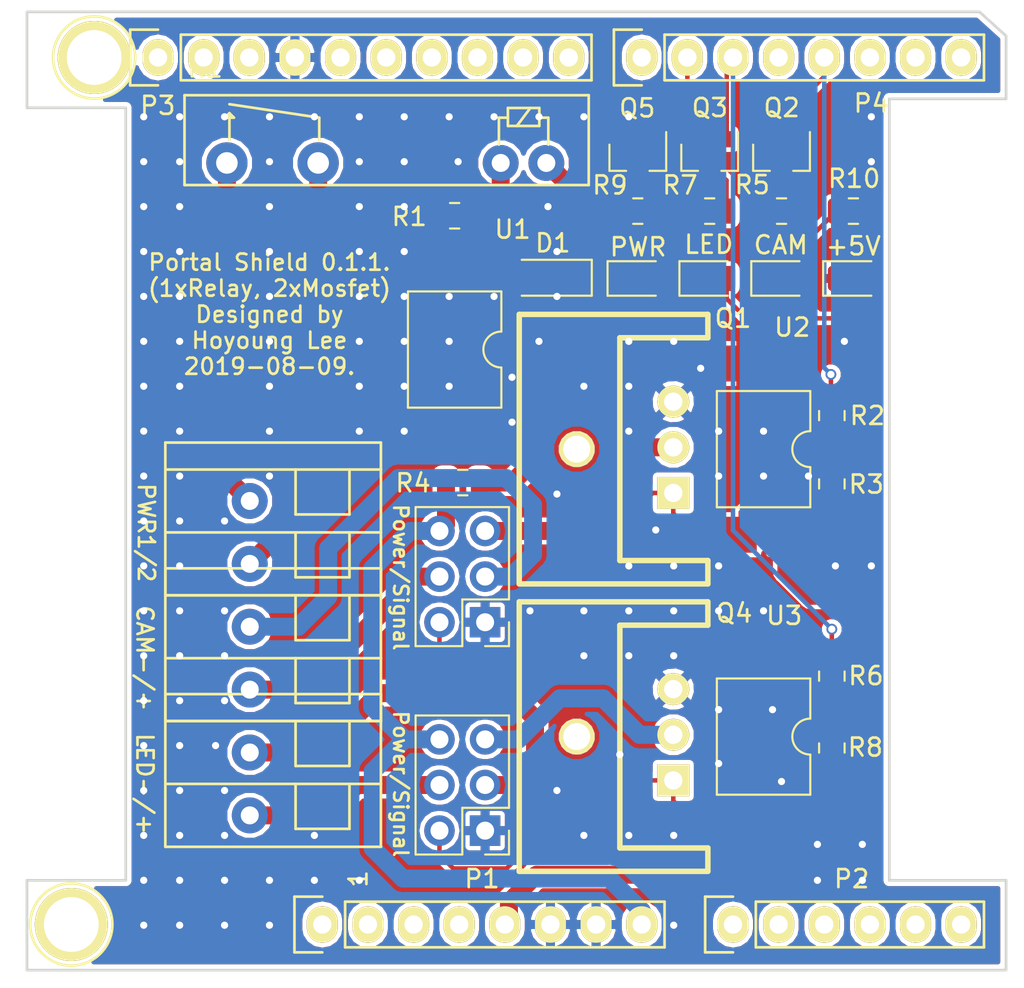
<source format=kicad_pcb>
(kicad_pcb (version 20171130) (host pcbnew 5.0.2+dfsg1-1)
  (title_block (date "lun. 30 mars 2015"))
  (layers (0 F.Cu signal) (31 B.Cu signal) (34 B.Paste user) (35 F.Paste user) (36 B.SilkS user) (37 F.SilkS user) (38 B.Mask user) (39 F.Mask user) (44 Edge.Cuts user))
  (net 0 "")
  (net 1 /IOREF)
  (net 2 /Reset)
  (net 3 +5V)
  (net 4 GND)
  (net 5 /A0)
  (net 6 /A1)
  (net 7 /A2)
  (net 8 /A3)
  (net 9 /AREF)
  (net 10 "/A4(SDA)")
  (net 11 "/A5(SCL)")
  (net 12 "/9(**)")
  (net 13 /8)
  (net 14 /7)
  (net 15 "/6(**)")
  (net 16 "/5(**)")
  (net 17 /4)
  (net 18 "/3(**)")
  (net 19 /2)
  (net 20 "/1(Tx)")
  (net 21 "/0(Rx)")
  (net 22 "Net-(P5-Pad1)")
  (net 23 "Net-(P7-Pad1)")
  (net 24 "/13(SCK)")
  (net 25 "/10(**/SS)")
  (net 26 "Net-(P1-Pad1)")
  (net 27 +3V3)
  (net 28 "/12(MISO)")
  (net 29 "/11(**/MOSI)")
  (net 30 "Net-(D1-Pad1)")
  (net 31 "Net-(D1-Pad2)")
  (net 32 "Net-(J1-Pad1)")
  (net 33 "Net-(J1-Pad2)")
  (net 34 "/Vin(12V)")
  (net 35 "Net-(J2-Pad5)")
  (net 36 "Net-(J2-Pad4)")
  (net 37 "Net-(J2-Pad3)")
  (net 38 "Net-(J2-Pad2)")
  (net 39 "Net-(J4-Pad2)")
  (net 40 "Net-(J4-Pad3)")
  (net 41 "Net-(J4-Pad4)")
  (net 42 "Net-(J4-Pad5)")
  (net 43 "Net-(Q2-Pad3)")
  (net 44 "Net-(Q3-Pad3)")
  (net 45 "Net-(Q5-Pad3)")
  (net 46 "Net-(R1-Pad1)")
  (net 47 "Net-(R2-Pad1)")
  (net 48 "Net-(R6-Pad1)")
  (net 49 "Net-(D5-Pad2)")
  (net 50 "Net-(D2-Pad1)")
  (net 51 "Net-(D3-Pad1)")
  (net 52 "Net-(D4-Pad1)")
  (module Socket_Arduino_Uno:Arduino_1pin (layer F.Cu) (at 124.968 123.825)
    (fp_text reference P5 hide)
    (fp_text value CONN_01X01 hide)
    (pad 1 thru_hole circle (at 0 0) (size 4.064 4.064) (drill 3.048) (layers *.Cu *.Mask F.SilkS) (net 22 "Net-(P5-Pad1)"))
  )
  (module Socket_Arduino_Uno:Arduino_1pin (layer F.Cu) (at 126.238 75.565)
    (fp_text reference P7 hide)
    (fp_text value CONN_01X01 hide)
    (pad 1 thru_hole circle (at 0 0) (size 4.064 4.064) (drill 3.048) (layers *.Cu *.Mask F.SilkS) (net 23 "Net-(P7-Pad1)"))
  )
  (module Package_DIP:SMDIP-4_W9.53mm (layer F.Cu) (at 163.5 113.365 270)
    (fp_text reference U3 (at -6.73 -1.148) (layer F.SilkS))
    (fp_text value LTV-817S)
    (pad 1 smd rect (at -4.765 -1.27 270) (size 2 1.78) (layers F.Cu F.Paste F.Mask) (net 48 "Net-(R6-Pad1)"))
    (pad 3 smd rect (at 4.765 1.27 270) (size 2 1.78) (layers F.Cu F.Paste F.Mask) (net 39 "Net-(J4-Pad2)"))
    (pad 2 smd rect (at -4.765 1.27 270) (size 2 1.78) (layers F.Cu F.Paste F.Mask) (net 4 GND))
    (pad 4 smd rect (at 4.765 -1.27 270) (size 2 1.78) (layers F.Cu F.Paste F.Mask) (net 3 +5V))
  )
  (module Package_DIP:SMDIP-4_W9.53mm (layer F.Cu) (at 163.5 97.365 270)
    (fp_text reference U2 (at -6.78 -1.598) (layer F.SilkS))
    (fp_text value LTV-817S)
    (pad 1 smd rect (at -4.765 -1.27 270) (size 2 1.78) (layers F.Cu F.Paste F.Mask) (net 47 "Net-(R2-Pad1)"))
    (pad 3 smd rect (at 4.765 1.27 270) (size 2 1.78) (layers F.Cu F.Paste F.Mask) (net 38 "Net-(J2-Pad2)"))
    (pad 2 smd rect (at -4.765 1.27 270) (size 2 1.78) (layers F.Cu F.Paste F.Mask) (net 4 GND))
    (pad 4 smd rect (at 4.765 -1.27 270) (size 2 1.78) (layers F.Cu F.Paste F.Mask) (net 3 +5V))
  )
  (module Resistor_SMD:R_0805_2012Metric (layer F.Cu) (at 167.3 99.3 90)
    (fp_text reference R3 (at -0.025 1.918 -180) (layer F.SilkS))
    (fp_text value 10K)
    (pad 2 smd roundrect (at 0.9375 0 90) (size 0.975 1.4) (layers F.Cu F.Paste F.Mask) (net 4 GND))
    (pad 1 smd roundrect (at -0.9375 0 90) (size 0.975 1.4) (layers F.Cu F.Paste F.Mask) (net 38 "Net-(J2-Pad2)"))
  )
  (module Resistor_SMD:R_0805_2012Metric (layer F.Cu) (at 156.5 84.115321)
    (fp_text reference R9 (at -1.552 -1.440321) (layer F.SilkS))
    (fp_text value 1K)
    (pad 1 smd roundrect (at -0.9375 0) (size 0.975 1.4) (layers F.Cu F.Paste F.Mask) (net 52 "Net-(D4-Pad1)"))
    (pad 2 smd roundrect (at 0.9375 0) (size 0.975 1.4) (layers F.Cu F.Paste F.Mask) (net 45 "Net-(Q5-Pad3)"))
  )
  (module Resistor_SMD:R_0805_2012Metric (layer F.Cu) (at 168.5 84.115321)
    (fp_text reference R10 (at 0.038 -1.810321) (layer F.SilkS))
    (fp_text value 1K)
    (pad 1 smd roundrect (at -0.9375 0) (size 0.975 1.4) (layers F.Cu F.Paste F.Mask) (net 3 +5V))
    (pad 2 smd roundrect (at 0.9375 0) (size 0.975 1.4) (layers F.Cu F.Paste F.Mask) (net 49 "Net-(D5-Pad2)"))
  )
  (module LED_SMD:LED_0805_2012Metric (layer F.Cu) (at 168.5 87.865)
    (fp_text reference +5V (at -0.002 -1.8) (layer F.SilkS))
    (fp_text value 5V_LED)
    (pad 1 smd roundrect (at -0.9375 0) (size 0.975 1.4) (layers F.Cu F.Paste F.Mask) (net 4 GND))
    (pad 2 smd roundrect (at 0.9375 0) (size 0.975 1.4) (layers F.Cu F.Paste F.Mask) (net 49 "Net-(D5-Pad2)"))
  )
  (module Package_TO_SOT_SMD:SOT-23 (layer F.Cu) (at 156.5 81.115321 270)
    (fp_text reference Q5 (at -2.730321 0.032) (layer F.SilkS))
    (fp_text value BSS123LT1)
    (pad 1 smd rect (at -1 -0.95 270) (size 0.9 0.8) (layers F.Cu F.Paste F.Mask) (net 15 "/6(**)"))
    (pad 2 smd rect (at -1 0.95 270) (size 0.9 0.8) (layers F.Cu F.Paste F.Mask) (net 4 GND))
    (pad 3 smd rect (at 1 0 270) (size 0.9 0.8) (layers F.Cu F.Paste F.Mask) (net 45 "Net-(Q5-Pad3)"))
  )
  (module LED_SMD:LED_0805_2012Metric (layer F.Cu) (at 156.5 87.865)
    (fp_text reference PWR (at 0.018 -1.75) (layer F.SilkS))
    (fp_text value LIGHT_LED)
    (pad 1 smd roundrect (at -0.9375 0) (size 0.975 1.4) (layers F.Cu F.Paste F.Mask) (net 52 "Net-(D4-Pad1)"))
    (pad 2 smd roundrect (at 0.9375 0) (size 0.975 1.4) (layers F.Cu F.Paste F.Mask) (net 3 +5V))
  )
  (module Socket_Arduino_Uno:Socket_Strip_Arduino_1x08 (layer F.Cu) (at 138.938 123.825)
    (fp_text reference P1 (at 8.89 -2.54) (layer F.SilkS))
    (fp_text value Power)
    (pad 1 thru_hole oval (at 0 0) (size 1.7272 2.032) (drill 1.016) (layers *.Cu *.Mask F.SilkS) (net 26 "Net-(P1-Pad1)"))
    (pad 2 thru_hole oval (at 2.54 0) (size 1.7272 2.032) (drill 1.016) (layers *.Cu *.Mask F.SilkS) (net 1 /IOREF))
    (pad 3 thru_hole oval (at 5.08 0) (size 1.7272 2.032) (drill 1.016) (layers *.Cu *.Mask F.SilkS) (net 2 /Reset))
    (pad 4 thru_hole oval (at 7.62 0) (size 1.7272 2.032) (drill 1.016) (layers *.Cu *.Mask F.SilkS) (net 27 +3V3))
    (pad 5 thru_hole oval (at 10.16 0) (size 1.7272 2.032) (drill 1.016) (layers *.Cu *.Mask F.SilkS) (net 3 +5V))
    (pad 6 thru_hole oval (at 12.7 0) (size 1.7272 2.032) (drill 1.016) (layers *.Cu *.Mask F.SilkS) (net 4 GND))
    (pad 7 thru_hole oval (at 15.24 0) (size 1.7272 2.032) (drill 1.016) (layers *.Cu *.Mask F.SilkS) (net 4 GND))
    (pad 8 thru_hole oval (at 17.78 0) (size 1.7272 2.032) (drill 1.016) (layers *.Cu *.Mask F.SilkS) (net 34 "/Vin(12V)"))
  )
  (module Socket_Arduino_Uno:Socket_Strip_Arduino_1x06 (layer F.Cu) (at 161.798 123.825)
    (fp_text reference P2 (at 6.604 -2.54) (layer F.SilkS))
    (fp_text value Analog)
    (pad 1 thru_hole oval (at 0 0) (size 1.7272 2.032) (drill 1.016) (layers *.Cu *.Mask F.SilkS) (net 5 /A0))
    (pad 2 thru_hole oval (at 2.54 0) (size 1.7272 2.032) (drill 1.016) (layers *.Cu *.Mask F.SilkS) (net 6 /A1))
    (pad 3 thru_hole oval (at 5.08 0) (size 1.7272 2.032) (drill 1.016) (layers *.Cu *.Mask F.SilkS) (net 7 /A2))
    (pad 4 thru_hole oval (at 7.62 0) (size 1.7272 2.032) (drill 1.016) (layers *.Cu *.Mask F.SilkS) (net 8 /A3))
    (pad 5 thru_hole oval (at 10.16 0) (size 1.7272 2.032) (drill 1.016) (layers *.Cu *.Mask F.SilkS) (net 10 "/A4(SDA)"))
    (pad 6 thru_hole oval (at 12.7 0) (size 1.7272 2.032) (drill 1.016) (layers *.Cu *.Mask F.SilkS) (net 11 "/A5(SCL)"))
  )
  (module Socket_Arduino_Uno:Socket_Strip_Arduino_1x10 (layer F.Cu) (at 129.794 75.565)
    (fp_text reference P3 (at -0.016 2.68) (layer F.SilkS))
    (fp_text value Digital)
    (pad 1 thru_hole oval (at 0 0) (size 1.7272 2.032) (drill 1.016) (layers *.Cu *.Mask F.SilkS) (net 11 "/A5(SCL)"))
    (pad 2 thru_hole oval (at 2.54 0) (size 1.7272 2.032) (drill 1.016) (layers *.Cu *.Mask F.SilkS) (net 10 "/A4(SDA)"))
    (pad 3 thru_hole oval (at 5.08 0) (size 1.7272 2.032) (drill 1.016) (layers *.Cu *.Mask F.SilkS) (net 9 /AREF))
    (pad 4 thru_hole oval (at 7.62 0) (size 1.7272 2.032) (drill 1.016) (layers *.Cu *.Mask F.SilkS) (net 4 GND))
    (pad 5 thru_hole oval (at 10.16 0) (size 1.7272 2.032) (drill 1.016) (layers *.Cu *.Mask F.SilkS) (net 24 "/13(SCK)"))
    (pad 6 thru_hole oval (at 12.7 0) (size 1.7272 2.032) (drill 1.016) (layers *.Cu *.Mask F.SilkS) (net 28 "/12(MISO)"))
    (pad 7 thru_hole oval (at 15.24 0) (size 1.7272 2.032) (drill 1.016) (layers *.Cu *.Mask F.SilkS) (net 29 "/11(**/MOSI)"))
    (pad 8 thru_hole oval (at 17.78 0) (size 1.7272 2.032) (drill 1.016) (layers *.Cu *.Mask F.SilkS) (net 25 "/10(**/SS)"))
    (pad 9 thru_hole oval (at 20.32 0) (size 1.7272 2.032) (drill 1.016) (layers *.Cu *.Mask F.SilkS) (net 12 "/9(**)"))
    (pad 10 thru_hole oval (at 22.86 0) (size 1.7272 2.032) (drill 1.016) (layers *.Cu *.Mask F.SilkS) (net 13 /8))
  )
  (module Socket_Arduino_Uno:Socket_Strip_Arduino_1x08 (layer F.Cu) (at 156.718 75.565)
    (fp_text reference P4 (at 12.78 2.55) (layer F.SilkS))
    (fp_text value Digital)
    (pad 1 thru_hole oval (at 0 0) (size 1.7272 2.032) (drill 1.016) (layers *.Cu *.Mask F.SilkS) (net 14 /7))
    (pad 2 thru_hole oval (at 2.54 0) (size 1.7272 2.032) (drill 1.016) (layers *.Cu *.Mask F.SilkS) (net 15 "/6(**)"))
    (pad 3 thru_hole oval (at 5.08 0) (size 1.7272 2.032) (drill 1.016) (layers *.Cu *.Mask F.SilkS) (net 16 "/5(**)"))
    (pad 4 thru_hole oval (at 7.62 0) (size 1.7272 2.032) (drill 1.016) (layers *.Cu *.Mask F.SilkS) (net 17 /4))
    (pad 5 thru_hole oval (at 10.16 0) (size 1.7272 2.032) (drill 1.016) (layers *.Cu *.Mask F.SilkS) (net 18 "/3(**)"))
    (pad 6 thru_hole oval (at 12.7 0) (size 1.7272 2.032) (drill 1.016) (layers *.Cu *.Mask F.SilkS) (net 19 /2))
    (pad 7 thru_hole oval (at 15.24 0) (size 1.7272 2.032) (drill 1.016) (layers *.Cu *.Mask F.SilkS) (net 20 "/1(Tx)"))
    (pad 8 thru_hole oval (at 17.78 0) (size 1.7272 2.032) (drill 1.016) (layers *.Cu *.Mask F.SilkS) (net 21 "/0(Rx)"))
  )
  (module Diode_SMD:D_SOD-123 (layer F.Cu) (at 151.688 87.825 180)
    (fp_text reference D1 (at -0.08 1.93 180) (layer F.SilkS))
    (fp_text value 1N4148W)
    (pad 1 smd rect (at -1.65 0 180) (size 0.9 1.2) (layers F.Cu F.Paste F.Mask) (net 30 "Net-(D1-Pad1)"))
    (pad 2 smd rect (at 1.65 0 180) (size 0.9 1.2) (layers F.Cu F.Paste F.Mask) (net 31 "Net-(D1-Pad2)"))
  )
  (module LED_SMD:LED_0805_2012Metric (layer F.Cu) (at 164.5 87.865)
    (fp_text reference CAM (at -0.042 -1.86) (layer F.SilkS))
    (fp_text value CAM_LED)
    (pad 1 smd roundrect (at -0.9375 0) (size 0.975 1.4) (layers F.Cu F.Paste F.Mask) (net 50 "Net-(D2-Pad1)"))
    (pad 2 smd roundrect (at 0.9375 0) (size 0.975 1.4) (layers F.Cu F.Paste F.Mask) (net 3 +5V))
  )
  (module LED_SMD:LED_0805_2012Metric (layer F.Cu) (at 160.5 87.865)
    (fp_text reference LED (at -0.052 -1.89) (layer F.SilkS))
    (fp_text value LIGHT_LED)
    (pad 2 smd roundrect (at 0.9375 0) (size 0.975 1.4) (layers F.Cu F.Paste F.Mask) (net 3 +5V))
    (pad 1 smd roundrect (at -0.9375 0) (size 0.975 1.4) (layers F.Cu F.Paste F.Mask) (net 51 "Net-(D3-Pad1)"))
  )
  (module TerminalBlock_Phoenix_PTSA:TerminalBlock_Phoenix_PTSA-1,5-2-3.5-Z_1x2_P3.5mm_Vertical (layer F.Cu) (at 136.2 102 270)
    (fp_text reference J1 hide)
    (fp_text value ATX_BTN_CONN)
    (pad 1 thru_hole circle (at 1.75 1.3 270) (size 2 2) (drill 1) (layers *.Cu *.Mask) (net 32 "Net-(J1-Pad1)"))
    (pad 2 thru_hole circle (at -1.75 1.3 270) (size 2 2) (drill 1) (layers *.Cu *.Mask) (net 33 "Net-(J1-Pad2)"))
  )
  (module TerminalBlock_Phoenix_PTSA:TerminalBlock_Phoenix_PTSA-1,5-2-3.5-Z_1x2_P3.5mm_Vertical (layer F.Cu) (at 136.2 109 270)
    (fp_text reference J3 hide)
    (fp_text value CAMERA_CONN)
    (pad 1 thru_hole circle (at 1.75 1.3 270) (size 2 2) (drill 1) (layers *.Cu *.Mask) (net 36 "Net-(J2-Pad4)"))
    (pad 2 thru_hole circle (at -1.75 1.3 270) (size 2 2) (drill 1) (layers *.Cu *.Mask) (net 37 "Net-(J2-Pad3)"))
  )
  (module TerminalBlock_Phoenix_PTSA:TerminalBlock_Phoenix_PTSA-1,5-2-3.5-Z_1x2_P3.5mm_Vertical (layer F.Cu) (at 136.2 116 270)
    (fp_text reference J5 hide)
    (fp_text value LIGHT_CONN)
    (pad 2 thru_hole circle (at -1.75 1.3 270) (size 2 2) (drill 1) (layers *.Cu *.Mask) (net 40 "Net-(J4-Pad3)"))
    (pad 1 thru_hole circle (at 1.75 1.3 270) (size 2 2) (drill 1) (layers *.Cu *.Mask) (net 41 "Net-(J4-Pad4)"))
  )
  (module Relay_Panasonic:Relay_Panasonic_PA1a_xx_DIP (layer F.Cu) (at 142.518 80.165 180)
    (fp_text reference K1 (at 10.0997 4 180) (layer F.SilkS))
    (fp_text value Relay_Panasonic_PA1a_XX_DIP)
    (pad 1 thru_hole circle (at -8.89 -1.27 180) (size 2 2) (drill 1) (layers *.Cu *.Mask) (net 30 "Net-(D1-Pad1)"))
    (pad 2 thru_hole circle (at -6.35 -1.27 180) (size 2 2) (drill 1) (layers *.Cu *.Mask) (net 31 "Net-(D1-Pad2)"))
    (pad 5 thru_hole circle (at 3.81 -1.27 180) (size 2.3 2.3) (drill 1.2) (layers *.Cu *.Mask) (net 32 "Net-(J1-Pad1)"))
    (pad 6 thru_hole circle (at 8.89 -1.27 180) (size 2.3 2.3) (drill 1.2) (layers *.Cu *.Mask) (net 33 "Net-(J1-Pad2)"))
  )
  (module TO220_Heatsink:TO220_3_DH15A_HEATSINK (layer F.Cu) (at 155.5 97.365 180)
    (fp_text reference Q1 (at -6.298 7.28 180) (layer F.SilkS) (effects (font (size 1.016 1.016) (thickness 0.1524))))
    (fp_text value STP16NF06L hide)
    (pad "" thru_hole circle (at 2.4003 0 180) (size 1.99898 1.99898) (drill 1.50114) (layers *.Mask B.Cu F.SilkS))
    (pad 1 thru_hole rect (at -2.97434 -2.4384 180) (size 1.778 1.778) (drill 1.016) (layers *.Cu *.Mask F.SilkS) (net 38 "Net-(J2-Pad2)"))
    (pad 3 thru_hole circle (at -2.97434 2.6416 180) (size 1.778 1.778) (drill 1.016) (layers *.Cu *.Mask F.SilkS) (net 4 GND))
    (pad 2 thru_hole circle (at -2.97434 0.1016 180) (size 1.778 1.778) (drill 1.016) (layers *.Cu *.Mask F.SilkS) (net 35 "Net-(J2-Pad5)"))
  )
  (module Package_TO_SOT_SMD:SOT-23 (layer F.Cu) (at 164.5 81.115321 270)
    (fp_text reference Q2 (at -2.750321 -0.008) (layer F.SilkS))
    (fp_text value BSS123LT1)
    (pad 1 smd rect (at -1 -0.95 270) (size 0.9 0.8) (layers F.Cu F.Paste F.Mask) (net 18 "/3(**)"))
    (pad 2 smd rect (at -1 0.95 270) (size 0.9 0.8) (layers F.Cu F.Paste F.Mask) (net 4 GND))
    (pad 3 smd rect (at 1 0 270) (size 0.9 0.8) (layers F.Cu F.Paste F.Mask) (net 43 "Net-(Q2-Pad3)"))
  )
  (module Package_TO_SOT_SMD:SOT-23 (layer F.Cu) (at 160.5 81.115321 270)
    (fp_text reference Q3 (at -2.750321 -0.008) (layer F.SilkS))
    (fp_text value BSS123LT1)
    (pad 3 smd rect (at 1 0 270) (size 0.9 0.8) (layers F.Cu F.Paste F.Mask) (net 44 "Net-(Q3-Pad3)"))
    (pad 2 smd rect (at -1 0.95 270) (size 0.9 0.8) (layers F.Cu F.Paste F.Mask) (net 4 GND))
    (pad 1 smd rect (at -1 -0.95 270) (size 0.9 0.8) (layers F.Cu F.Paste F.Mask) (net 16 "/5(**)"))
  )
  (module TO220_Heatsink:TO220_3_DH15A_HEATSINK (layer F.Cu) (at 155.5 113.365 180)
    (fp_text reference Q4 (at -6.358 6.87 180) (layer F.SilkS) (effects (font (size 1.016 1.016) (thickness 0.1524))))
    (fp_text value STP16NF06L hide)
    (pad 2 thru_hole circle (at -2.97434 0.1016 180) (size 1.778 1.778) (drill 1.016) (layers *.Cu *.Mask F.SilkS) (net 42 "Net-(J4-Pad5)"))
    (pad 3 thru_hole circle (at -2.97434 2.6416 180) (size 1.778 1.778) (drill 1.016) (layers *.Cu *.Mask F.SilkS) (net 4 GND))
    (pad 1 thru_hole rect (at -2.97434 -2.4384 180) (size 1.778 1.778) (drill 1.016) (layers *.Cu *.Mask F.SilkS) (net 39 "Net-(J4-Pad2)"))
    (pad "" thru_hole circle (at 2.4003 0 180) (size 1.99898 1.99898) (drill 1.50114) (layers *.Mask B.Cu F.SilkS))
  )
  (module Resistor_SMD:R_0805_2012Metric (layer F.Cu) (at 146.304 84.375 180)
    (fp_text reference R1 (at 2.526 -0.05) (layer F.SilkS))
    (fp_text value 1K)
    (pad 1 smd roundrect (at -0.9375 0 180) (size 0.975 1.4) (layers F.Cu F.Paste F.Mask) (net 46 "Net-(R1-Pad1)"))
    (pad 2 smd roundrect (at 0.9375 0 180) (size 0.975 1.4) (layers F.Cu F.Paste F.Mask) (net 15 "/6(**)"))
  )
  (module Resistor_SMD:R_0805_2012Metric (layer F.Cu) (at 167.3 95.5 90)
    (fp_text reference R2 (at -0.005 1.978 180) (layer F.SilkS))
    (fp_text value 1K)
    (pad 1 smd roundrect (at -0.9375 0 90) (size 0.975 1.4) (layers F.Cu F.Paste F.Mask) (net 47 "Net-(R2-Pad1)"))
    (pad 2 smd roundrect (at 0.9375 0 90) (size 0.975 1.4) (layers F.Cu F.Paste F.Mask) (net 18 "/3(**)"))
  )
  (module Resistor_SMD:R_0805_2012Metric (layer F.Cu) (at 146.758 99.225)
    (fp_text reference R4 (at -2.77 0.03 180) (layer F.SilkS))
    (fp_text value 330)
    (pad 1 smd roundrect (at -0.9375 0) (size 0.975 1.4) (layers F.Cu F.Paste F.Mask) (net 34 "/Vin(12V)"))
    (pad 2 smd roundrect (at 0.9375 0) (size 0.975 1.4) (layers F.Cu F.Paste F.Mask) (net 30 "Net-(D1-Pad1)"))
  )
  (module Resistor_SMD:R_0805_2012Metric (layer F.Cu) (at 164.5 84.115321 180)
    (fp_text reference R5 (at 1.632 1.460321 180) (layer F.SilkS))
    (fp_text value 1K)
    (pad 2 smd roundrect (at 0.9375 0 180) (size 0.975 1.4) (layers F.Cu F.Paste F.Mask) (net 50 "Net-(D2-Pad1)"))
    (pad 1 smd roundrect (at -0.9375 0 180) (size 0.975 1.4) (layers F.Cu F.Paste F.Mask) (net 43 "Net-(Q2-Pad3)"))
  )
  (module Resistor_SMD:R_0805_2012Metric (layer F.Cu) (at 167.3 110 90)
    (fp_text reference R6 (at 0.015 1.898 180) (layer F.SilkS))
    (fp_text value 1K)
    (pad 2 smd roundrect (at 0.9375 0 90) (size 0.975 1.4) (layers F.Cu F.Paste F.Mask) (net 16 "/5(**)"))
    (pad 1 smd roundrect (at -0.9375 0 90) (size 0.975 1.4) (layers F.Cu F.Paste F.Mask) (net 48 "Net-(R6-Pad1)"))
  )
  (module Resistor_SMD:R_0805_2012Metric (layer F.Cu) (at 160.5 84.115321)
    (fp_text reference R7 (at -1.652 -1.440321) (layer F.SilkS))
    (fp_text value 1K)
    (pad 2 smd roundrect (at 0.9375 0) (size 0.975 1.4) (layers F.Cu F.Paste F.Mask) (net 44 "Net-(Q3-Pad3)"))
    (pad 1 smd roundrect (at -0.9375 0) (size 0.975 1.4) (layers F.Cu F.Paste F.Mask) (net 51 "Net-(D3-Pad1)"))
  )
  (module Resistor_SMD:R_0805_2012Metric (layer F.Cu) (at 167.3 114 270)
    (fp_text reference R8 (at -0.035 -1.868 180) (layer F.SilkS))
    (fp_text value 10K)
    (pad 1 smd roundrect (at -0.9375 0 270) (size 0.975 1.4) (layers F.Cu F.Paste F.Mask) (net 39 "Net-(J4-Pad2)"))
    (pad 2 smd roundrect (at 0.9375 0 270) (size 0.975 1.4) (layers F.Cu F.Paste F.Mask) (net 4 GND))
  )
  (module Package_DIP:SMDIP-4_W9.53mm (layer F.Cu) (at 146.304 91.821 270)
    (fp_text reference U1 (at -6.686 -3.224) (layer F.SilkS))
    (fp_text value LTV-817S)
    (pad 1 smd rect (at -4.765 -1.27 270) (size 2 1.78) (layers F.Cu F.Paste F.Mask) (net 46 "Net-(R1-Pad1)"))
    (pad 3 smd rect (at 4.765 1.27 270) (size 2 1.78) (layers F.Cu F.Paste F.Mask) (net 4 GND))
    (pad 2 smd rect (at -4.765 1.27 270) (size 2 1.78) (layers F.Cu F.Paste F.Mask) (net 4 GND))
    (pad 4 smd rect (at 4.765 -1.27 270) (size 2 1.78) (layers F.Cu F.Paste F.Mask) (net 31 "Net-(D1-Pad2)"))
  )
  (module Connector_PinHeader_2.54mm:PinHeader_2x03_P2.54mm_Vertical (layer F.Cu) (at 148 107 180)
    (fp_text reference J2 hide)
    (fp_text value CAMERA_CONFIG)
    (pad 1 thru_hole rect (at 0 0 180) (size 1.7 1.7) (drill 1) (layers *.Cu *.Mask) (net 4 GND))
    (pad 2 thru_hole oval (at 2.54 0 180) (size 1.7 1.7) (drill 1) (layers *.Cu *.Mask) (net 38 "Net-(J2-Pad2)"))
    (pad 3 thru_hole oval (at 0 2.54 180) (size 1.7 1.7) (drill 1) (layers *.Cu *.Mask) (net 37 "Net-(J2-Pad3)"))
    (pad 4 thru_hole oval (at 2.54 2.54 180) (size 1.7 1.7) (drill 1) (layers *.Cu *.Mask) (net 36 "Net-(J2-Pad4)"))
    (pad 5 thru_hole oval (at 0 5.08 180) (size 1.7 1.7) (drill 1) (layers *.Cu *.Mask) (net 35 "Net-(J2-Pad5)"))
    (pad 6 thru_hole oval (at 2.54 5.08 180) (size 1.7 1.7) (drill 1) (layers *.Cu *.Mask) (net 34 "/Vin(12V)"))
  )
  (module Connector_PinHeader_2.54mm:PinHeader_2x03_P2.54mm_Vertical (layer F.Cu) (at 148 118.6 180)
    (fp_text reference J4 hide)
    (fp_text value LIGHT_CONFIG)
    (pad 6 thru_hole oval (at 2.54 5.08 180) (size 1.7 1.7) (drill 1) (layers *.Cu *.Mask) (net 34 "/Vin(12V)"))
    (pad 5 thru_hole oval (at 0 5.08 180) (size 1.7 1.7) (drill 1) (layers *.Cu *.Mask) (net 42 "Net-(J4-Pad5)"))
    (pad 4 thru_hole oval (at 2.54 2.54 180) (size 1.7 1.7) (drill 1) (layers *.Cu *.Mask) (net 41 "Net-(J4-Pad4)"))
    (pad 3 thru_hole oval (at 0 2.54 180) (size 1.7 1.7) (drill 1) (layers *.Cu *.Mask) (net 40 "Net-(J4-Pad3)"))
    (pad 2 thru_hole oval (at 2.54 0 180) (size 1.7 1.7) (drill 1) (layers *.Cu *.Mask) (net 39 "Net-(J4-Pad2)"))
    (pad 1 thru_hole rect (at 0 0 180) (size 1.7 1.7) (drill 1) (layers *.Cu *.Mask) (net 4 GND))
  )
  (gr_line (start 170.498 77.865) (end 176.998 77.865) (layer Edge.Cuts) (width 0.15))
  (gr_line (start 170.498 121.365) (end 170.498 77.865) (layer Edge.Cuts) (width 0.15))
  (gr_line (start 170.498 121.365) (end 176.998 121.365) (layer Edge.Cuts) (width 0.15))
  (gr_line (start 122.498 121.365) (end 122.498 126.365) (layer Edge.Cuts) (width 0.15))
  (gr_line (start 127.998 121.365) (end 122.498 121.365) (layer Edge.Cuts) (width 0.15))
  (gr_line (start 127.998 78.365) (end 122.498 78.365) (layer Edge.Cuts) (width 0.15))
  (gr_line (start 127.998 121.365) (end 127.998 78.365) (layer Edge.Cuts) (width 0.15))
  (gr_text LED-/+ (at 129.058 115.995 270) (layer F.SilkS) (effects (font (size 0.9 0.9))))
  (gr_text "Portal Shield 0.1.1.\n(1xRelay, 2xMosfet)\nDesigned by\nHoyoung Lee\n2019-08-09." (at 135.998 89.865) (layer F.SilkS) (effects (font (size 0.9 0.9))))
  (gr_text CAM-/+ (at 129.058 109.005 270) (layer F.SilkS) (effects (font (size 0.9 0.9))))
  (gr_text PWR1/2 (at 129.138 102.015 270) (layer F.SilkS) (effects (font (size 0.9 0.9))))
  (gr_text Power/Signal (at 143.3 116 270) (layer F.SilkS) (effects (font (size 0.8 0.8))))
  (gr_text Power/Signal (at 143.3 104.5 270) (layer F.SilkS) (effects (font (size 0.8 0.8))))
  (gr_text 1 (at 140.938 121.285 90) (layer F.SilkS) (effects (font (size 1 1))))
  (gr_line (start 176.998 74.365) (end 175.514 73.025) (angle 90) (layer Edge.Cuts) (width 0.15))
  (gr_line (start 176.998 77.865) (end 176.998 74.365) (angle 90) (layer Edge.Cuts) (width 0.15))
  (gr_line (start 176.998 126.365) (end 176.998 121.365) (angle 90) (layer Edge.Cuts) (width 0.15))
  (gr_line (start 122.498 126.365) (end 176.998 126.365) (angle 90) (layer Edge.Cuts) (width 0.15))
  (gr_line (start 122.498 73.025) (end 122.498 78.365) (angle 90) (layer Edge.Cuts) (width 0.15))
  (gr_line (start 175.514 73.025) (end 122.498 73.025) (angle 90) (layer Edge.Cuts) (width 0.15))
  (segment (start 165.4375 86.240321) (end 165.4375 87.865) (width 0.25) (layer F.Cu) (net 3))
  (segment (start 167.5625 84.115321) (end 165.4375 86.240321) (width 0.25) (layer F.Cu) (net 3))
  (segment (start 160.468 89.935) (end 161.4375 88.9655) (width 0.25) (layer F.Cu) (net 3))
  (segment (start 158.178 89.935) (end 160.468 89.935) (width 0.25) (layer F.Cu) (net 3))
  (segment (start 161.4375 88.9655) (end 161.4375 87.865) (width 0.25) (layer F.Cu) (net 3))
  (segment (start 157.4375 87.865) (end 157.4375 89.1945) (width 0.25) (layer F.Cu) (net 3))
  (segment (start 157.4375 89.1945) (end 158.178 89.935) (width 0.25) (layer F.Cu) (net 3))
  (segment (start 164.598 89.915) (end 165.4375 89.0755) (width 0.25) (layer F.Cu) (net 3))
  (segment (start 161.4375 87.865) (end 161.4375 88.9845) (width 0.25) (layer F.Cu) (net 3))
  (segment (start 165.4375 89.0755) (end 165.4375 87.865) (width 0.25) (layer F.Cu) (net 3))
  (segment (start 162.368 89.915) (end 164.598 89.915) (width 0.25) (layer F.Cu) (net 3))
  (segment (start 161.4375 88.9845) (end 162.368 89.915) (width 0.25) (layer F.Cu) (net 3))
  (segment (start 164.77 120.13) (end 164.77 118.13) (width 1) (layer F.Cu) (net 3))
  (segment (start 163.845 121.055) (end 164.77 120.13) (width 1) (layer F.Cu) (net 3))
  (segment (start 150.858 121.055) (end 163.845 121.055) (width 1) (layer F.Cu) (net 3))
  (segment (start 149.328 122.585) (end 150.858 121.055) (width 1) (layer F.Cu) (net 3))
  (segment (start 149.328 123.595) (end 149.328 122.585) (width 1) (layer F.Cu) (net 3))
  (segment (start 149.098 123.825) (end 149.328 123.595) (width 1) (layer F.Cu) (net 3))
  (segment (start 165.4375 89.0445) (end 166.478 90.085) (width 0.25) (layer F.Cu) (net 3))
  (segment (start 168.073 102.13) (end 164.77 102.13) (width 0.25) (layer F.Cu) (net 3))
  (segment (start 169.208 100.995) (end 168.073 102.13) (width 0.25) (layer F.Cu) (net 3))
  (segment (start 165.4375 87.865) (end 165.4375 89.0445) (width 0.25) (layer F.Cu) (net 3))
  (segment (start 166.478 90.085) (end 168.308 90.085) (width 0.25) (layer F.Cu) (net 3))
  (segment (start 168.308 90.085) (end 169.208 90.985) (width 0.25) (layer F.Cu) (net 3))
  (segment (start 169.208 90.985) (end 169.208 100.995) (width 0.25) (layer F.Cu) (net 3))
  (segment (start 164.77 104.13) (end 166.165 105.525) (width 1) (layer F.Cu) (net 3))
  (segment (start 167.803 118.13) (end 164.77 118.13) (width 1) (layer F.Cu) (net 3))
  (segment (start 164.77 102.13) (end 164.77 104.13) (width 1) (layer F.Cu) (net 3))
  (segment (start 166.165 105.525) (end 168.118 105.525) (width 1) (layer F.Cu) (net 3))
  (segment (start 168.118 105.525) (end 169.318 106.725) (width 1) (layer F.Cu) (net 3))
  (segment (start 169.318 116.615) (end 167.803 118.13) (width 1) (layer F.Cu) (net 3))
  (segment (start 169.318 106.725) (end 169.318 116.615) (width 1) (layer F.Cu) (net 3))
  (via (at 130.998 81.365) (size 0.6) (drill 0.4) (layers F.Cu B.Cu) (net 4))
  (via (at 135.998 81.365) (size 0.6) (drill 0.4) (layers F.Cu B.Cu) (net 4))
  (via (at 135.998 86.365) (size 0.6) (drill 0.4) (layers F.Cu B.Cu) (net 4))
  (via (at 135.998 91.365) (size 0.6) (drill 0.4) (layers F.Cu B.Cu) (net 4))
  (via (at 128.998 81.365) (size 0.6) (drill 0.4) (layers F.Cu B.Cu) (net 4))
  (via (at 133.498 78.865) (size 0.6) (drill 0.4) (layers F.Cu B.Cu) (net 4))
  (via (at 130.998 78.865) (size 0.6) (drill 0.4) (layers F.Cu B.Cu) (net 4))
  (via (at 128.998 78.865) (size 0.6) (drill 0.4) (layers F.Cu B.Cu) (net 4))
  (via (at 128.998 83.865) (size 0.6) (drill 0.4) (layers F.Cu B.Cu) (net 4))
  (via (at 135.998 83.865) (size 0.6) (drill 0.4) (layers F.Cu B.Cu) (net 4))
  (via (at 135.998 88.865) (size 0.6) (drill 0.4) (layers F.Cu B.Cu) (net 4))
  (via (at 135.998 93.865) (size 0.6) (drill 0.4) (layers F.Cu B.Cu) (net 4))
  (via (at 128.998 91.365) (size 0.6) (drill 0.4) (layers F.Cu B.Cu) (net 4))
  (via (at 128.998 88.865) (size 0.6) (drill 0.4) (layers F.Cu B.Cu) (net 4))
  (via (at 128.998 93.865) (size 0.6) (drill 0.4) (layers F.Cu B.Cu) (net 4))
  (via (at 128.998 121.365) (size 0.6) (drill 0.4) (layers F.Cu B.Cu) (net 4))
  (via (at 128.998 118.865) (size 0.6) (drill 0.4) (layers F.Cu B.Cu) (net 4))
  (via (at 130.998 118.865) (size 0.6) (drill 0.4) (layers F.Cu B.Cu) (net 4))
  (via (at 130.998 121.365) (size 0.6) (drill 0.4) (layers F.Cu B.Cu) (net 4))
  (via (at 130.998 123.865) (size 0.6) (drill 0.4) (layers F.Cu B.Cu) (net 4))
  (via (at 128.998 123.865) (size 0.6) (drill 0.4) (layers F.Cu B.Cu) (net 4))
  (via (at 133.498 123.865) (size 0.6) (drill 0.4) (layers F.Cu B.Cu) (net 4))
  (via (at 133.498 121.365) (size 0.6) (drill 0.4) (layers F.Cu B.Cu) (net 4))
  (via (at 133.498 118.865) (size 0.6) (drill 0.4) (layers F.Cu B.Cu) (net 4))
  (via (at 135.998 121.365) (size 0.6) (drill 0.4) (layers F.Cu B.Cu) (net 4))
  (via (at 135.998 123.865) (size 0.6) (drill 0.4) (layers F.Cu B.Cu) (net 4))
  (via (at 138.498 121.365) (size 0.6) (drill 0.4) (layers F.Cu B.Cu) (net 4))
  (via (at 155.998 91.365) (size 0.6) (drill 0.4) (layers F.Cu B.Cu) (net 4))
  (via (at 158.498 103.865) (size 0.6) (drill 0.4) (layers F.Cu B.Cu) (net 4))
  (via (at 160.998 103.865) (size 0.6) (drill 0.4) (layers F.Cu B.Cu) (net 4))
  (via (at 158.498 106.365) (size 0.6) (drill 0.4) (layers F.Cu B.Cu) (net 4))
  (via (at 155.998 106.365) (size 0.6) (drill 0.4) (layers F.Cu B.Cu) (net 4))
  (via (at 158.498 108.865) (size 0.6) (drill 0.4) (layers F.Cu B.Cu) (net 4))
  (via (at 158.498 118.865) (size 0.6) (drill 0.4) (layers F.Cu B.Cu) (net 4))
  (via (at 155.998 118.865) (size 0.6) (drill 0.4) (layers F.Cu B.Cu) (net 4))
  (via (at 128.998 86.365) (size 0.6) (drill 0.4) (layers F.Cu B.Cu) (net 4))
  (via (at 138.498 78.865) (size 0.6) (drill 0.4) (layers F.Cu B.Cu) (net 4))
  (via (at 135.998 96.365) (size 0.6) (drill 0.4) (layers F.Cu B.Cu) (net 4))
  (via (at 130.998 106.365) (size 0.6) (drill 0.4) (layers F.Cu B.Cu) (net 4))
  (segment (start 161.798 108.9255) (end 161.8 108.9275) (width 0.25) (layer F.Cu) (net 4))
  (segment (start 161.8 92.333) (end 161.8 92.9275) (width 0.25) (layer F.Cu) (net 4))
  (via (at 130.998 83.865) (size 0.6) (drill 0.4) (layers F.Cu B.Cu) (net 4))
  (via (at 130.998 86.365) (size 0.6) (drill 0.4) (layers F.Cu B.Cu) (net 4))
  (via (at 130.998 88.865) (size 0.6) (drill 0.4) (layers F.Cu B.Cu) (net 4))
  (via (at 130.998 91.365) (size 0.6) (drill 0.4) (layers F.Cu B.Cu) (net 4))
  (via (at 130.998 93.865) (size 0.6) (drill 0.4) (layers F.Cu B.Cu) (net 4))
  (via (at 130.998 96.365) (size 0.6) (drill 0.4) (layers F.Cu B.Cu) (net 4))
  (via (at 128.998 96.365) (size 0.6) (drill 0.4) (layers F.Cu B.Cu) (net 4))
  (via (at 135.998 78.865) (size 0.6) (drill 0.4) (layers F.Cu B.Cu) (net 4))
  (via (at 135.998 98.865) (size 0.6) (drill 0.4) (layers F.Cu B.Cu) (net 4))
  (via (at 130.998 98.865) (size 0.6) (drill 0.4) (layers F.Cu B.Cu) (net 4))
  (via (at 128.998 98.865) (size 0.6) (drill 0.4) (layers F.Cu B.Cu) (net 4))
  (via (at 128.998 101.365) (size 0.6) (drill 0.4) (layers F.Cu B.Cu) (net 4))
  (via (at 130.998 101.365) (size 0.6) (drill 0.4) (layers F.Cu B.Cu) (net 4))
  (via (at 130.998 103.865) (size 0.6) (drill 0.4) (layers F.Cu B.Cu) (net 4))
  (via (at 128.998 103.865) (size 0.6) (drill 0.4) (layers F.Cu B.Cu) (net 4))
  (via (at 128.998 106.365) (size 0.6) (drill 0.4) (layers F.Cu B.Cu) (net 4))
  (via (at 128.998 108.865) (size 0.6) (drill 0.4) (layers F.Cu B.Cu) (net 4))
  (via (at 130.998 108.865) (size 0.6) (drill 0.4) (layers F.Cu B.Cu) (net 4))
  (via (at 128.998 116.365) (size 0.6) (drill 0.4) (layers F.Cu B.Cu) (net 4))
  (via (at 128.998 113.865) (size 0.6) (drill 0.4) (layers F.Cu B.Cu) (net 4))
  (via (at 128.998 111.365) (size 0.6) (drill 0.4) (layers F.Cu B.Cu) (net 4))
  (via (at 130.998 111.365) (size 0.6) (drill 0.4) (layers F.Cu B.Cu) (net 4))
  (via (at 130.998 113.865) (size 0.6) (drill 0.4) (layers F.Cu B.Cu) (net 4))
  (via (at 130.998 116.365) (size 0.6) (drill 0.4) (layers F.Cu B.Cu) (net 4))
  (via (at 133.498 116.365) (size 0.6) (drill 0.4) (layers F.Cu B.Cu) (net 4))
  (via (at 133.498 111.365) (size 0.6) (drill 0.4) (layers F.Cu B.Cu) (net 4))
  (via (at 133.498 108.865) (size 0.6) (drill 0.4) (layers F.Cu B.Cu) (net 4))
  (via (at 133.498 106.365) (size 0.6) (drill 0.4) (layers F.Cu B.Cu) (net 4))
  (via (at 133.498 101.365) (size 0.6) (drill 0.4) (layers F.Cu B.Cu) (net 4))
  (via (at 138.498 118.865) (size 0.6) (drill 0.4) (layers F.Cu B.Cu) (net 4))
  (via (at 140.998 121.365) (size 0.6) (drill 0.4) (layers F.Cu B.Cu) (net 4))
  (via (at 140.998 78.865) (size 0.6) (drill 0.4) (layers F.Cu B.Cu) (net 4))
  (via (at 140.998 81.365) (size 0.6) (drill 0.4) (layers F.Cu B.Cu) (net 4))
  (via (at 140.998 83.865) (size 0.6) (drill 0.4) (layers F.Cu B.Cu) (net 4))
  (via (at 140.998 86.365) (size 0.6) (drill 0.4) (layers F.Cu B.Cu) (net 4))
  (via (at 140.998 88.865) (size 0.6) (drill 0.4) (layers F.Cu B.Cu) (net 4))
  (via (at 140.998 91.365) (size 0.6) (drill 0.4) (layers F.Cu B.Cu) (net 4))
  (via (at 140.998 93.865) (size 0.6) (drill 0.4) (layers F.Cu B.Cu) (net 4))
  (via (at 140.998 96.365) (size 0.6) (drill 0.4) (layers F.Cu B.Cu) (net 4))
  (via (at 143.498 78.865) (size 0.6) (drill 0.4) (layers F.Cu B.Cu) (net 4))
  (via (at 143.498 81.365) (size 0.6) (drill 0.4) (layers F.Cu B.Cu) (net 4))
  (via (at 143.498 83.865) (size 0.6) (drill 0.4) (layers F.Cu B.Cu) (net 4))
  (via (at 143.498 86.365) (size 0.6) (drill 0.4) (layers F.Cu B.Cu) (net 4))
  (via (at 143.498 88.865) (size 0.6) (drill 0.4) (layers F.Cu B.Cu) (net 4))
  (via (at 143.498 91.365) (size 0.6) (drill 0.4) (layers F.Cu B.Cu) (net 4))
  (via (at 143.498 93.865) (size 0.6) (drill 0.4) (layers F.Cu B.Cu) (net 4))
  (via (at 143.498 96.365) (size 0.6) (drill 0.4) (layers F.Cu B.Cu) (net 4))
  (via (at 155.998 108.865) (size 0.6) (drill 0.4) (layers F.Cu B.Cu) (net 4))
  (via (at 155.998 103.865) (size 0.6) (drill 0.4) (layers F.Cu B.Cu) (net 4))
  (via (at 160.998 106.365) (size 0.6) (drill 0.4) (layers F.Cu B.Cu) (net 4))
  (via (at 163.498 106.365) (size 0.6) (drill 0.4) (layers F.Cu B.Cu) (net 4))
  (via (at 153.498 106.365) (size 0.6) (drill 0.4) (layers F.Cu B.Cu) (net 4))
  (via (at 153.498 108.865) (size 0.6) (drill 0.4) (layers F.Cu B.Cu) (net 4))
  (via (at 145.998 88.865) (size 0.6) (drill 0.4) (layers F.Cu B.Cu) (net 4))
  (via (at 145.998 91.365) (size 0.6) (drill 0.4) (layers F.Cu B.Cu) (net 4))
  (via (at 145.998 93.865) (size 0.6) (drill 0.4) (layers F.Cu B.Cu) (net 4))
  (via (at 148.498 88.865) (size 0.6) (drill 0.4) (layers F.Cu B.Cu) (net 4))
  (via (at 153.498 93.865) (size 0.6) (drill 0.4) (layers F.Cu B.Cu) (net 4))
  (via (at 155.998 93.865) (size 0.6) (drill 0.4) (layers F.Cu B.Cu) (net 4))
  (via (at 155.998 96.365) (size 0.6) (drill 0.4) (layers F.Cu B.Cu) (net 4))
  (via (at 158.498 91.365) (size 0.6) (drill 0.4) (layers F.Cu B.Cu) (net 4))
  (via (at 160.998 96.365) (size 0.6) (drill 0.4) (layers F.Cu B.Cu) (net 4))
  (via (at 160.998 98.865) (size 0.6) (drill 0.4) (layers F.Cu B.Cu) (net 4))
  (via (at 163.498 98.865) (size 0.6) (drill 0.4) (layers F.Cu B.Cu) (net 4))
  (via (at 163.498 96.365) (size 0.6) (drill 0.4) (layers F.Cu B.Cu) (net 4))
  (via (at 165.998 98.865) (size 0.6) (drill 0.4) (layers F.Cu B.Cu) (net 4))
  (via (at 153.498 118.865) (size 0.6) (drill 0.4) (layers F.Cu B.Cu) (net 4))
  (via (at 158.498 123.865) (size 0.6) (drill 0.4) (layers F.Cu B.Cu) (net 4))
  (via (at 166.498 121.365) (size 0.6) (drill 0.4) (layers F.Cu B.Cu) (net 4))
  (via (at 168.998 121.365) (size 0.6) (drill 0.4) (layers F.Cu B.Cu) (net 4))
  (via (at 168.998 119.365) (size 0.6) (drill 0.4) (layers F.Cu B.Cu) (net 4))
  (via (at 166.498 119.365) (size 0.6) (drill 0.4) (layers F.Cu B.Cu) (net 4))
  (via (at 167.498 103.865) (size 0.6) (drill 0.4) (layers F.Cu B.Cu) (net 4))
  (via (at 169.498 103.865) (size 0.6) (drill 0.4) (layers F.Cu B.Cu) (net 4))
  (via (at 169.498 81.365) (size 0.6) (drill 0.4) (layers F.Cu B.Cu) (net 4))
  (via (at 169.498 78.865) (size 0.6) (drill 0.4) (layers F.Cu B.Cu) (net 4))
  (via (at 145.998 78.865) (size 0.6) (drill 0.4) (layers F.Cu B.Cu) (net 4))
  (via (at 148.498 78.865) (size 0.6) (drill 0.4) (layers F.Cu B.Cu) (net 4))
  (via (at 150.998 78.865) (size 0.6) (drill 0.4) (layers F.Cu B.Cu) (net 4))
  (via (at 153.498 78.865) (size 0.6) (drill 0.4) (layers F.Cu B.Cu) (net 4))
  (via (at 155.998 78.865) (size 0.6) (drill 0.4) (layers F.Cu B.Cu) (net 4))
  (via (at 151.498 83.865) (size 0.6) (drill 0.4) (layers F.Cu B.Cu) (net 4))
  (via (at 151.998 86.365) (size 0.6) (drill 0.4) (layers F.Cu B.Cu) (net 4))
  (via (at 151.998 88.865) (size 0.6) (drill 0.4) (layers F.Cu B.Cu) (net 4))
  (via (at 150.998 91.365) (size 0.6) (drill 0.4) (layers F.Cu B.Cu) (net 4))
  (via (at 149.498 93.365) (size 0.6) (drill 0.4) (layers F.Cu B.Cu) (net 4))
  (via (at 149.498 95.865) (size 0.6) (drill 0.4) (layers F.Cu B.Cu) (net 4))
  (via (at 150.498 106.365) (size 0.6) (drill 0.4) (layers F.Cu B.Cu) (net 4))
  (via (at 151.998 116.365) (size 0.6) (drill 0.4) (layers F.Cu B.Cu) (net 4))
  (via (at 155.498 114.365) (size 0.6) (drill 0.4) (layers F.Cu B.Cu) (net 4))
  (via (at 160.998 111.865) (size 0.6) (drill 0.4) (layers F.Cu B.Cu) (net 4))
  (via (at 163.998 111.865) (size 0.6) (drill 0.4) (layers F.Cu B.Cu) (net 4))
  (via (at 160.998 114.865) (size 0.6) (drill 0.4) (layers F.Cu B.Cu) (net 4))
  (via (at 164.498 115.865) (size 0.6) (drill 0.4) (layers F.Cu B.Cu) (net 4))
  (via (at 132.998 113.865) (size 0.6) (drill 0.4) (layers F.Cu B.Cu) (net 4))
  (via (at 146.498 81.365) (size 0.6) (drill 0.4) (layers F.Cu B.Cu) (net 4))
  (via (at 167.998 91.365) (size 0.6) (drill 0.4) (layers F.Cu B.Cu) (net 4))
  (via (at 159.998 92.865) (size 0.6) (drill 0.4) (layers F.Cu B.Cu) (net 4))
  (via (at 157.498 101.865) (size 0.6) (drill 0.4) (layers F.Cu B.Cu) (net 4))
  (via (at 151.998 99.865) (size 0.6) (drill 0.4) (layers F.Cu B.Cu) (net 4))
  (segment (start 157.45 80.115321) (end 157.45 78.933) (width 0.25) (layer F.Cu) (net 15))
  (segment (start 159.258 77.125) (end 159.258 75.565) (width 0.25) (layer F.Cu) (net 15))
  (segment (start 157.45 78.933) (end 159.258 77.125) (width 0.25) (layer F.Cu) (net 15))
  (segment (start 157.45 80.815321) (end 157.45 80.115321) (width 0.25) (layer F.Cu) (net 15))
  (segment (start 145.3665 81.0765) (end 146.888 79.555) (width 0.25) (layer F.Cu) (net 15))
  (segment (start 146.888 79.555) (end 152.368 79.555) (width 0.25) (layer F.Cu) (net 15))
  (segment (start 145.3665 84.375) (end 145.3665 81.0765) (width 0.25) (layer F.Cu) (net 15))
  (segment (start 152.368 79.555) (end 153.928 81.115) (width 0.25) (layer F.Cu) (net 15))
  (segment (start 153.928 81.115) (end 157.150321 81.115) (width 0.25) (layer F.Cu) (net 15))
  (segment (start 157.150321 81.115) (end 157.45 80.815321) (width 0.25) (layer F.Cu) (net 15))
  (via (at 167.298 107.385) (size 0.6) (drill 0.4) (layers F.Cu B.Cu) (net 16))
  (segment (start 161.798 75.565) (end 161.798 101.885) (width 0.25) (layer B.Cu) (net 16))
  (segment (start 161.798 101.885) (end 167.298 107.385) (width 0.25) (layer B.Cu) (net 16))
  (segment (start 167.298 109.0605) (end 167.3 109.0625) (width 0.25) (layer F.Cu) (net 16))
  (segment (start 167.298 107.385) (end 167.298 109.0605) (width 0.25) (layer F.Cu) (net 16))
  (segment (start 161.45 75.913) (end 161.798 75.565) (width 0.25) (layer F.Cu) (net 16))
  (segment (start 161.45 80.115321) (end 161.45 75.913) (width 0.25) (layer F.Cu) (net 16))
  (segment (start 166.878 75.565) (end 166.878 92.835) (width 0.25) (layer B.Cu) (net 18))
  (via (at 167.248 93.205) (size 0.6) (drill 0.4) (layers F.Cu B.Cu) (net 18))
  (segment (start 166.878 92.835) (end 167.248 93.205) (width 0.25) (layer B.Cu) (net 18))
  (segment (start 167.248 94.5105) (end 167.3 94.5625) (width 0.25) (layer F.Cu) (net 18))
  (segment (start 167.248 93.205) (end 167.248 94.5105) (width 0.25) (layer F.Cu) (net 18))
  (segment (start 166.878 75.565) (end 166.878 76.625) (width 0.25) (layer F.Cu) (net 18))
  (segment (start 165.45 78.053) (end 165.45 80.115321) (width 0.25) (layer F.Cu) (net 18))
  (segment (start 166.878 76.625) (end 165.45 78.053) (width 0.25) (layer F.Cu) (net 18))
  (segment (start 147.6955 99.225) (end 149.508 99.225) (width 1) (layer F.Cu) (net 30))
  (segment (start 149.508 99.225) (end 150.908 97.825) (width 1) (layer F.Cu) (net 30))
  (segment (start 150.908 97.825) (end 150.908 93.705) (width 1) (layer F.Cu) (net 30))
  (segment (start 153.338 91.275) (end 153.338 87.825) (width 1) (layer F.Cu) (net 30))
  (segment (start 150.908 93.705) (end 153.338 91.275) (width 1) (layer F.Cu) (net 30))
  (segment (start 153.338 83.365) (end 151.408 81.435) (width 1) (layer F.Cu) (net 30))
  (segment (start 153.338 87.825) (end 153.338 83.365) (width 1) (layer F.Cu) (net 30))
  (segment (start 150.038 87.825) (end 150.038 84.395) (width 1) (layer F.Cu) (net 31))
  (segment (start 148.868 83.225) (end 148.868 81.435) (width 1) (layer F.Cu) (net 31))
  (segment (start 150.038 84.395) (end 148.868 83.225) (width 1) (layer F.Cu) (net 31))
  (segment (start 147.574 96.586) (end 147.574 92.549) (width 1) (layer F.Cu) (net 31))
  (segment (start 150.038 90.085) (end 150.038 87.825) (width 1) (layer F.Cu) (net 31))
  (segment (start 147.574 92.549) (end 150.038 90.085) (width 1) (layer F.Cu) (net 31))
  (segment (start 138.708 99.942) (end 134.9 103.75) (width 1) (layer F.Cu) (net 32))
  (segment (start 138.708 81.435) (end 138.708 99.942) (width 1) (layer F.Cu) (net 32))
  (segment (start 133.628 98.978) (end 134.9 100.25) (width 1) (layer F.Cu) (net 33))
  (segment (start 133.628 81.435) (end 133.628 98.978) (width 1) (layer F.Cu) (net 33))
  (segment (start 156.718 123.825) (end 156.718 123.065) (width 1) (layer B.Cu) (net 34))
  (segment (start 156.718 123.065) (end 154.918 121.265) (width 1) (layer B.Cu) (net 34))
  (segment (start 154.918 121.265) (end 143.428 121.265) (width 1) (layer B.Cu) (net 34))
  (segment (start 143.428 121.265) (end 141.748 119.585) (width 1) (layer B.Cu) (net 34))
  (segment (start 141.748 119.585) (end 141.748 115.285) (width 1) (layer B.Cu) (net 34))
  (segment (start 143.513 113.52) (end 145.46 113.52) (width 1) (layer B.Cu) (net 34))
  (segment (start 141.748 115.285) (end 143.513 113.52) (width 1) (layer B.Cu) (net 34))
  (segment (start 145.46 101.92) (end 143.813 101.92) (width 1) (layer B.Cu) (net 34))
  (segment (start 143.813 101.92) (end 141.718 104.015) (width 1) (layer B.Cu) (net 34))
  (segment (start 141.718 111.725) (end 143.513 113.52) (width 1) (layer B.Cu) (net 34))
  (segment (start 141.718 104.015) (end 141.718 111.725) (width 1) (layer B.Cu) (net 34))
  (segment (start 145.8205 101.5595) (end 145.46 101.92) (width 1) (layer F.Cu) (net 34))
  (segment (start 145.8205 99.225) (end 145.8205 101.5595) (width 1) (layer F.Cu) (net 34))
  (segment (start 148 101.92) (end 151.993 101.92) (width 1) (layer F.Cu) (net 35))
  (segment (start 156.6496 97.2634) (end 158.47434 97.2634) (width 1) (layer F.Cu) (net 35))
  (segment (start 151.993 101.92) (end 156.6496 97.2634) (width 1) (layer F.Cu) (net 35))
  (segment (start 137.967919 110.75) (end 134.9 110.75) (width 1) (layer F.Cu) (net 36))
  (segment (start 145.46 104.46) (end 144.257919 104.46) (width 1) (layer F.Cu) (net 36))
  (segment (start 144.257919 104.46) (end 137.967919 110.75) (width 1) (layer F.Cu) (net 36))
  (segment (start 137.603 107.25) (end 139.265 105.588) (width 1) (layer B.Cu) (net 37))
  (segment (start 134.9 107.25) (end 137.603 107.25) (width 1) (layer B.Cu) (net 37))
  (segment (start 149.443 104.46) (end 148 104.46) (width 1) (layer B.Cu) (net 37))
  (segment (start 150.668 103.235) (end 149.443 104.46) (width 1) (layer B.Cu) (net 37))
  (segment (start 139.265 105.588) (end 139.265 102.885) (width 1) (layer B.Cu) (net 37))
  (segment (start 149.178 98.975) (end 150.668 100.465) (width 1) (layer B.Cu) (net 37))
  (segment (start 150.668 100.465) (end 150.668 103.235) (width 1) (layer B.Cu) (net 37))
  (segment (start 139.265 102.885) (end 143.175 98.975) (width 1) (layer B.Cu) (net 37))
  (segment (start 143.175 98.975) (end 149.178 98.975) (width 1) (layer B.Cu) (net 37))
  (segment (start 157.33534 99.8034) (end 152.448 104.69074) (width 0.25) (layer F.Cu) (net 38))
  (segment (start 158.47434 99.8034) (end 157.33534 99.8034) (width 0.25) (layer F.Cu) (net 38))
  (segment (start 152.448 104.69074) (end 152.448 107.255) (width 0.25) (layer F.Cu) (net 38))
  (segment (start 152.448 107.255) (end 150.468 109.235) (width 0.25) (layer F.Cu) (net 38))
  (segment (start 150.468 109.235) (end 146.488 109.235) (width 0.25) (layer F.Cu) (net 38))
  (segment (start 145.46 108.207) (end 145.46 107) (width 0.25) (layer F.Cu) (net 38))
  (segment (start 146.488 109.235) (end 145.46 108.207) (width 0.25) (layer F.Cu) (net 38))
  (segment (start 158.47434 100.9424) (end 158.47434 99.8034) (width 0.25) (layer F.Cu) (net 38))
  (segment (start 159.66194 102.13) (end 158.47434 100.9424) (width 0.25) (layer F.Cu) (net 38))
  (segment (start 162.23 102.13) (end 159.66194 102.13) (width 0.25) (layer F.Cu) (net 38))
  (segment (start 162.23 100.88) (end 162.23 102.13) (width 0.25) (layer F.Cu) (net 38))
  (segment (start 162.8725 100.2375) (end 162.23 100.88) (width 0.25) (layer F.Cu) (net 38))
  (segment (start 167.3 100.2375) (end 162.8725 100.2375) (width 0.25) (layer F.Cu) (net 38))
  (segment (start 158.47434 115.8034) (end 154.0996 115.8034) (width 0.25) (layer F.Cu) (net 39))
  (segment (start 154.0996 115.8034) (end 149.198 120.705) (width 0.25) (layer F.Cu) (net 39))
  (segment (start 149.198 120.705) (end 146.228 120.705) (width 0.25) (layer F.Cu) (net 39))
  (segment (start 145.46 119.937) (end 145.46 118.6) (width 0.25) (layer F.Cu) (net 39))
  (segment (start 146.228 120.705) (end 145.46 119.937) (width 0.25) (layer F.Cu) (net 39))
  (segment (start 158.47434 116.9424) (end 158.47434 115.8034) (width 0.25) (layer F.Cu) (net 39))
  (segment (start 159.66194 118.13) (end 158.47434 116.9424) (width 0.25) (layer F.Cu) (net 39))
  (segment (start 162.23 118.13) (end 159.66194 118.13) (width 0.25) (layer F.Cu) (net 39))
  (segment (start 167.3 113.0625) (end 164.4405 113.0625) (width 0.25) (layer F.Cu) (net 39))
  (segment (start 162.23 115.273) (end 162.23 118.13) (width 0.25) (layer F.Cu) (net 39))
  (segment (start 164.4405 113.0625) (end 162.23 115.273) (width 0.25) (layer F.Cu) (net 39))
  (segment (start 134.9 114.25) (end 138.803 114.25) (width 1) (layer F.Cu) (net 40))
  (segment (start 138.803 114.25) (end 142.108 110.945) (width 1) (layer F.Cu) (net 40))
  (segment (start 142.108 110.945) (end 149.368 110.945) (width 1) (layer F.Cu) (net 40))
  (segment (start 149.368 110.945) (end 150.778 112.355) (width 1) (layer F.Cu) (net 40))
  (segment (start 150.778 112.355) (end 150.778 115.085) (width 1) (layer F.Cu) (net 40))
  (segment (start 149.803 116.06) (end 148 116.06) (width 1) (layer F.Cu) (net 40))
  (segment (start 150.778 115.085) (end 149.803 116.06) (width 1) (layer F.Cu) (net 40))
  (segment (start 134.9 117.75) (end 139.173 117.75) (width 1) (layer F.Cu) (net 41))
  (segment (start 140.863 116.06) (end 145.46 116.06) (width 1) (layer F.Cu) (net 41))
  (segment (start 139.173 117.75) (end 140.863 116.06) (width 1) (layer F.Cu) (net 41))
  (segment (start 148 113.52) (end 149.873 113.52) (width 1) (layer B.Cu) (net 42))
  (segment (start 149.873 113.52) (end 152.158 111.235) (width 1) (layer B.Cu) (net 42))
  (segment (start 152.158 111.235) (end 154.568 111.235) (width 1) (layer B.Cu) (net 42))
  (segment (start 156.5964 113.2634) (end 158.47434 113.2634) (width 1) (layer B.Cu) (net 42))
  (segment (start 154.568 111.235) (end 156.5964 113.2634) (width 1) (layer B.Cu) (net 42))
  (segment (start 165.15 82.115321) (end 164.5 82.115321) (width 0.25) (layer F.Cu) (net 43))
  (segment (start 165.4375 82.402821) (end 165.15 82.115321) (width 0.25) (layer F.Cu) (net 43))
  (segment (start 165.4375 84.115321) (end 165.4375 82.402821) (width 0.25) (layer F.Cu) (net 43))
  (segment (start 161.15 82.115321) (end 160.5 82.115321) (width 0.25) (layer F.Cu) (net 44))
  (segment (start 161.4375 82.402821) (end 161.15 82.115321) (width 0.25) (layer F.Cu) (net 44))
  (segment (start 161.4375 84.115321) (end 161.4375 82.402821) (width 0.25) (layer F.Cu) (net 44))
  (segment (start 157.4375 82.402821) (end 157.15 82.115321) (width 0.25) (layer F.Cu) (net 45))
  (segment (start 157.15 82.115321) (end 156.5 82.115321) (width 0.25) (layer F.Cu) (net 45))
  (segment (start 157.4375 84.115321) (end 157.4375 82.402821) (width 0.25) (layer F.Cu) (net 45))
  (segment (start 147.2415 86.7235) (end 147.574 87.056) (width 0.25) (layer F.Cu) (net 46))
  (segment (start 147.2415 84.375) (end 147.2415 86.7235) (width 0.25) (layer F.Cu) (net 46))
  (segment (start 164.77 94.7075) (end 164.77 92.6) (width 0.25) (layer F.Cu) (net 47))
  (segment (start 167.3 96.4375) (end 166.5 96.4375) (width 0.25) (layer F.Cu) (net 47))
  (segment (start 166.5 96.4375) (end 164.77 94.7075) (width 0.25) (layer F.Cu) (net 47))
  (segment (start 167.3 110.9375) (end 165.5005 110.9375) (width 0.25) (layer F.Cu) (net 48))
  (segment (start 164.77 110.207) (end 164.77 108.6) (width 0.25) (layer F.Cu) (net 48))
  (segment (start 165.5005 110.9375) (end 164.77 110.207) (width 0.25) (layer F.Cu) (net 48))
  (segment (start 169.4375 84.115321) (end 169.4375 87.865) (width 0.25) (layer F.Cu) (net 49))
  (segment (start 163.5625 84.115321) (end 163.5625 87.865) (width 0.25) (layer F.Cu) (net 50))
  (segment (start 159.5625 84.115321) (end 159.5625 87.865) (width 0.25) (layer F.Cu) (net 51))
  (segment (start 155.5625 84.915321) (end 155.5625 87.865) (width 0.25) (layer F.Cu) (net 52))
  (segment (start 155.5625 84.115321) (end 155.5625 84.915321) (width 0.25) (layer F.Cu) (net 52))
  (zone (net 4) (net_name GND) (layer F.Cu) (connect_pads (clearance 0.25)) (min_thickness 0.25) (fill yes (arc_segments 16) (thermal_gap 0.25) (thermal_bridge_width 0.5))
    (polygon (pts (xy 120.998 72.365) (xy 120.998 127.365) (xy 177.998 127.365) (xy 177.998 72.365)))
  )
  (zone (net 4) (net_name GND) (layer B.Cu) (connect_pads (clearance 0.25)) (min_thickness 0.25) (fill yes (arc_segments 16) (thermal_gap 0.25) (thermal_bridge_width 0.5))
    (polygon (pts (xy 120.998 72.365) (xy 120.998 127.365) (xy 177.998 127.365) (xy 177.998 72.365)))
  )
)
</source>
